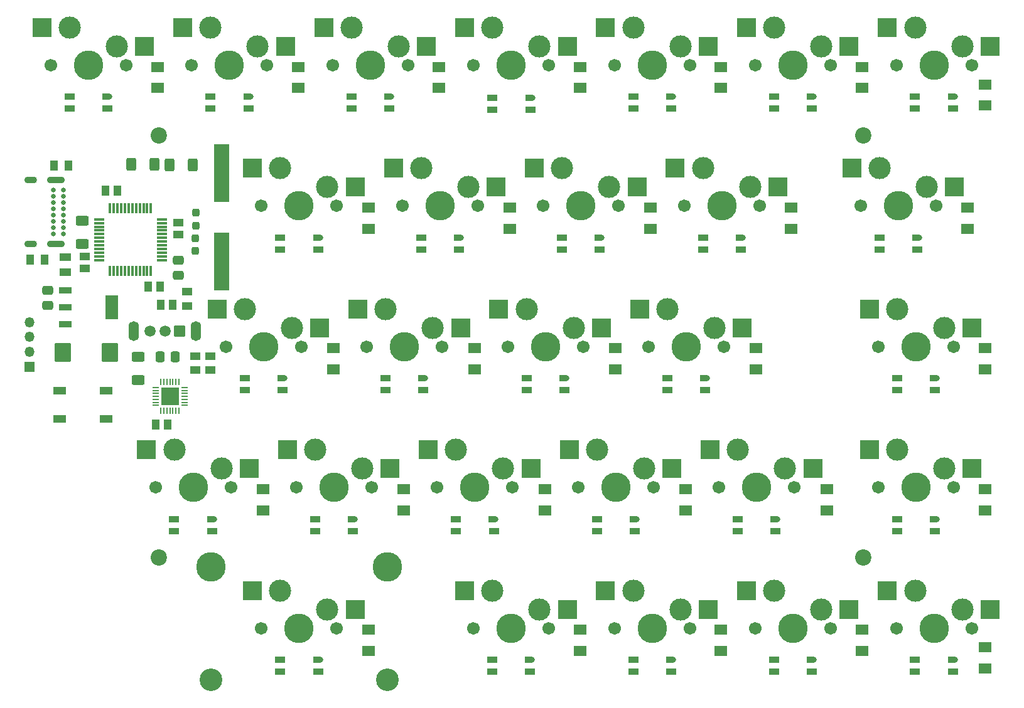
<source format=gbr>
%TF.GenerationSoftware,KiCad,Pcbnew,7.0.7*%
%TF.CreationDate,2024-01-07T23:51:42+01:00*%
%TF.ProjectId,kingslayer-28,6b696e67-736c-4617-9965-722d32382e6b,rev?*%
%TF.SameCoordinates,Original*%
%TF.FileFunction,Soldermask,Top*%
%TF.FilePolarity,Negative*%
%FSLAX46Y46*%
G04 Gerber Fmt 4.6, Leading zero omitted, Abs format (unit mm)*
G04 Created by KiCad (PCBNEW 7.0.7) date 2024-01-07 23:51:42*
%MOMM*%
%LPD*%
G01*
G04 APERTURE LIST*
G04 Aperture macros list*
%AMRoundRect*
0 Rectangle with rounded corners*
0 $1 Rounding radius*
0 $2 $3 $4 $5 $6 $7 $8 $9 X,Y pos of 4 corners*
0 Add a 4 corners polygon primitive as box body*
4,1,4,$2,$3,$4,$5,$6,$7,$8,$9,$2,$3,0*
0 Add four circle primitives for the rounded corners*
1,1,$1+$1,$2,$3*
1,1,$1+$1,$4,$5*
1,1,$1+$1,$6,$7*
1,1,$1+$1,$8,$9*
0 Add four rect primitives between the rounded corners*
20,1,$1+$1,$2,$3,$4,$5,0*
20,1,$1+$1,$4,$5,$6,$7,0*
20,1,$1+$1,$6,$7,$8,$9,0*
20,1,$1+$1,$8,$9,$2,$3,0*%
%AMOutline4P*
0 Free polygon, 4 corners , with rotation*
0 The origin of the aperture is its center*
0 number of corners: always 4*
0 $1 to $8 corner X, Y*
0 $9 Rotation angle, in degrees counterclockwise*
0 create outline with 4 corners*
4,1,4,$1,$2,$3,$4,$5,$6,$7,$8,$1,$2,$9*%
%AMFreePoly0*
4,1,14,0.123607,0.380423,0.235114,0.323607,0.323607,0.235114,0.380423,0.123607,0.400000,0.000000,0.380423,-0.123607,0.323607,-0.235114,0.235114,-0.323607,0.123607,-0.380423,0.000000,-0.400000,-0.900000,-0.400000,-0.900000,0.400000,0.000000,0.400000,0.123607,0.380423,0.123607,0.380423,$1*%
G04 Aperture macros list end*
%ADD10R,1.800000X1.340000*%
%ADD11RoundRect,0.250000X-0.337500X-0.475000X0.337500X-0.475000X0.337500X0.475000X-0.337500X0.475000X0*%
%ADD12R,1.400000X1.000000*%
%ADD13R,0.200000X0.850000*%
%ADD14R,0.850000X0.200000*%
%ADD15R,2.400000X2.400000*%
%ADD16Outline4P,-0.650000X-0.400000X0.650000X-0.400000X0.650000X0.400000X-0.650000X0.400000X0.000000*%
%ADD17FreePoly0,0.000000*%
%ADD18RoundRect,0.250000X-0.475000X0.337500X-0.475000X-0.337500X0.475000X-0.337500X0.475000X0.337500X0*%
%ADD19RoundRect,0.250000X0.400000X0.625000X-0.400000X0.625000X-0.400000X-0.625000X0.400000X-0.625000X0*%
%ADD20R,1.475000X0.300000*%
%ADD21R,0.300000X1.475000*%
%ADD22R,1.020000X1.470000*%
%ADD23RoundRect,0.250000X-0.625000X0.400000X-0.625000X-0.400000X0.625000X-0.400000X0.625000X0.400000X0*%
%ADD24R,1.470000X1.020000*%
%ADD25R,1.520000X1.000000*%
%ADD26RoundRect,0.237500X-0.237500X0.300000X-0.237500X-0.300000X0.237500X-0.300000X0.237500X0.300000X0*%
%ADD27R,1.000000X1.450000*%
%ADD28R,1.450000X1.000000*%
%ADD29RoundRect,0.250000X-0.400000X-0.625000X0.400000X-0.625000X0.400000X0.625000X-0.400000X0.625000X0*%
%ADD30RoundRect,0.250000X-0.875000X-1.025000X0.875000X-1.025000X0.875000X1.025000X-0.875000X1.025000X0*%
%ADD31R,2.000000X7.875000*%
%ADD32R,1.750000X0.950000*%
%ADD33R,1.750000X3.200000*%
%ADD34C,0.650000*%
%ADD35O,2.400000X0.900000*%
%ADD36O,1.700000X0.900000*%
%ADD37R,1.350000X1.350000*%
%ADD38O,1.350000X1.350000*%
%ADD39R,1.700000X1.000000*%
%ADD40RoundRect,0.237500X0.237500X-0.300000X0.237500X0.300000X-0.237500X0.300000X-0.237500X-0.300000X0*%
%ADD41RoundRect,0.102000X0.654000X0.654000X-0.654000X0.654000X-0.654000X-0.654000X0.654000X-0.654000X0*%
%ADD42C,1.512000*%
%ADD43O,1.434000X2.664000*%
%ADD44C,1.701800*%
%ADD45C,3.000000*%
%ADD46C,3.987800*%
%ADD47R,2.550000X2.500000*%
%ADD48C,2.200000*%
%ADD49C,3.048000*%
G04 APERTURE END LIST*
D10*
%TO.C,D14*%
X179077848Y-95885000D03*
X179077848Y-93025000D03*
%TD*%
%TO.C,D18*%
X131577848Y-114885000D03*
X131577848Y-112025000D03*
%TD*%
%TO.C,D15*%
X160077848Y-95885000D03*
X160077848Y-93025000D03*
%TD*%
D11*
%TO.C,C9*%
X98657500Y-94208600D03*
X100732500Y-94208600D03*
%TD*%
D10*
%TO.C,D9*%
X145827848Y-76885000D03*
X145827848Y-74025000D03*
%TD*%
D12*
%TO.C,R6*%
X105486200Y-95971400D03*
X105486200Y-94071400D03*
%TD*%
D13*
%TO.C,IC2*%
X101219000Y-97573000D03*
X100819000Y-97573000D03*
X100419000Y-97573000D03*
X100019000Y-97573000D03*
X99619000Y-97573000D03*
X99219000Y-97573000D03*
X98819000Y-97573000D03*
D14*
X98069000Y-98323000D03*
X98069000Y-98723000D03*
X98069000Y-99123000D03*
X98069000Y-99523000D03*
X98069000Y-99923000D03*
X98069000Y-100323000D03*
X98069000Y-100723000D03*
D13*
X98819000Y-101473000D03*
X99219000Y-101473000D03*
X99619000Y-101473000D03*
X100019000Y-101473000D03*
X100419000Y-101473000D03*
X100819000Y-101473000D03*
X101219000Y-101473000D03*
D14*
X101969000Y-100723000D03*
X101969000Y-100323000D03*
X101969000Y-99923000D03*
X101969000Y-99523000D03*
X101969000Y-99123000D03*
X101969000Y-98723000D03*
X101969000Y-98323000D03*
D15*
X100019000Y-99523000D03*
%TD*%
D16*
%TO.C,D48*%
X143502848Y-136675000D03*
X143502848Y-135075000D03*
X148602848Y-136675000D03*
D17*
X148852848Y-135075000D03*
%TD*%
D10*
%TO.C,D21*%
X188577848Y-114885000D03*
X188577848Y-112025000D03*
%TD*%
%TO.C,D12*%
X207577848Y-76885000D03*
X207577848Y-74025000D03*
%TD*%
D18*
%TO.C,C11*%
X83561648Y-85170100D03*
X83561648Y-87245100D03*
%TD*%
D10*
%TO.C,D28*%
X126827848Y-133885000D03*
X126827848Y-131025000D03*
%TD*%
D19*
%TO.C,R5*%
X103069448Y-68224400D03*
X99969448Y-68224400D03*
%TD*%
D16*
%TO.C,D55*%
X100602848Y-117675000D03*
X100602848Y-116075000D03*
X105702848Y-117675000D03*
D17*
X105952848Y-116075000D03*
%TD*%
D10*
%TO.C,D27*%
X155327848Y-133885000D03*
X155327848Y-131025000D03*
%TD*%
D16*
%TO.C,D51*%
X110102848Y-98675000D03*
X110102848Y-97075000D03*
X115202848Y-98675000D03*
D17*
X115452848Y-97075000D03*
%TD*%
D20*
%TO.C,IC1*%
X98950248Y-81109000D03*
X98950248Y-80609000D03*
X98950248Y-80109000D03*
X98950248Y-79609000D03*
X98950248Y-79109000D03*
X98950248Y-78609000D03*
X98950248Y-78109000D03*
X98950248Y-77609000D03*
X98950248Y-77109000D03*
X98950248Y-76609000D03*
X98950248Y-76109000D03*
X98950248Y-75609000D03*
D21*
X97462248Y-74121000D03*
X96962248Y-74121000D03*
X96462248Y-74121000D03*
X95962248Y-74121000D03*
X95462248Y-74121000D03*
X94962248Y-74121000D03*
X94462248Y-74121000D03*
X93962248Y-74121000D03*
X93462248Y-74121000D03*
X92962248Y-74121000D03*
X92462248Y-74121000D03*
X91962248Y-74121000D03*
D20*
X90474248Y-75609000D03*
X90474248Y-76109000D03*
X90474248Y-76609000D03*
X90474248Y-77109000D03*
X90474248Y-77609000D03*
X90474248Y-78109000D03*
X90474248Y-78609000D03*
X90474248Y-79109000D03*
X90474248Y-79609000D03*
X90474248Y-80109000D03*
X90474248Y-80609000D03*
X90474248Y-81109000D03*
D21*
X91962248Y-82597000D03*
X92462248Y-82597000D03*
X92962248Y-82597000D03*
X93462248Y-82597000D03*
X93962248Y-82597000D03*
X94462248Y-82597000D03*
X94962248Y-82597000D03*
X95462248Y-82597000D03*
X95962248Y-82597000D03*
X96462248Y-82597000D03*
X96962248Y-82597000D03*
X97462248Y-82597000D03*
%TD*%
D22*
%TO.C,C6*%
X91352248Y-71721000D03*
X92972248Y-71721000D03*
%TD*%
D10*
%TO.C,D10*%
X164827848Y-76885000D03*
X164827848Y-74025000D03*
%TD*%
%TO.C,D5*%
X136327848Y-57885000D03*
X136327848Y-55025000D03*
%TD*%
D23*
%TO.C,R9*%
X88209848Y-75819000D03*
X88209848Y-78919000D03*
%TD*%
D24*
%TO.C,C5*%
X88540048Y-82217000D03*
X88540048Y-80597000D03*
%TD*%
D22*
%TO.C,C4*%
X98722648Y-84709000D03*
X97102648Y-84709000D03*
%TD*%
D25*
%TO.C,F1*%
X85873048Y-80752600D03*
X85873048Y-82772600D03*
%TD*%
D26*
%TO.C,C2*%
X103500648Y-74727900D03*
X103500648Y-76452900D03*
%TD*%
D24*
%TO.C,C3*%
X101113048Y-76050400D03*
X101113048Y-77670400D03*
%TD*%
D27*
%TO.C,R7*%
X86299848Y-68326000D03*
X84399848Y-68326000D03*
%TD*%
D16*
%TO.C,D49*%
X124502848Y-60675000D03*
X124502848Y-59075000D03*
X129602848Y-60675000D03*
D17*
X129852848Y-59075000D03*
%TD*%
D10*
%TO.C,D1*%
X209952848Y-60260000D03*
X209952848Y-57400000D03*
%TD*%
D16*
%TO.C,D44*%
X143521848Y-60794800D03*
X143521848Y-59194800D03*
X148621848Y-60794800D03*
D17*
X148871848Y-59194800D03*
%TD*%
D16*
%TO.C,D37*%
X176602848Y-117675000D03*
X176602848Y-116075000D03*
X181702848Y-117675000D03*
D17*
X181952848Y-116075000D03*
%TD*%
D28*
%TO.C,R2*%
X103428800Y-95971400D03*
X103428800Y-94071400D03*
%TD*%
D16*
%TO.C,D36*%
X167102848Y-98675000D03*
X167102848Y-97075000D03*
X172202848Y-98675000D03*
D17*
X172452848Y-97075000D03*
%TD*%
D29*
%TO.C,R4*%
X94838648Y-68173600D03*
X97938648Y-68173600D03*
%TD*%
D10*
%TO.C,D26*%
X174327848Y-133885000D03*
X174327848Y-131025000D03*
%TD*%
%TO.C,D2*%
X193327848Y-57885000D03*
X193327848Y-55025000D03*
%TD*%
D16*
%TO.C,D46*%
X129102848Y-98675000D03*
X129102848Y-97075000D03*
X134202848Y-98675000D03*
D17*
X134452848Y-97075000D03*
%TD*%
D16*
%TO.C,D50*%
X114902848Y-79675000D03*
X114902848Y-78075000D03*
X120002848Y-79675000D03*
D17*
X120252848Y-78075000D03*
%TD*%
D16*
%TO.C,D54*%
X105502848Y-60675000D03*
X105502848Y-59075000D03*
X110602848Y-60675000D03*
D17*
X110852848Y-59075000D03*
%TD*%
D30*
%TO.C,C12*%
X85543248Y-93573600D03*
X91943248Y-93573600D03*
%TD*%
D22*
%TO.C,C10*%
X100424448Y-87172800D03*
X98804448Y-87172800D03*
%TD*%
D16*
%TO.C,D45*%
X133902848Y-79675000D03*
X133902848Y-78075000D03*
X139002848Y-79675000D03*
D17*
X139252848Y-78075000D03*
%TD*%
D16*
%TO.C,D38*%
X181502848Y-136675000D03*
X181502848Y-135075000D03*
X186602848Y-136675000D03*
D17*
X186852848Y-135075000D03*
%TD*%
D31*
%TO.C,X1*%
X107031248Y-81273900D03*
X107031248Y-69398900D03*
%TD*%
D10*
%TO.C,D4*%
X155327848Y-57885000D03*
X155327848Y-55025000D03*
%TD*%
D16*
%TO.C,D29*%
X200502848Y-60675000D03*
X200502848Y-59075000D03*
X205602848Y-60675000D03*
D17*
X205852848Y-59075000D03*
%TD*%
D16*
%TO.C,D53*%
X114902848Y-136675000D03*
X114902848Y-135075000D03*
X120002848Y-136675000D03*
D17*
X120252848Y-135075000D03*
%TD*%
D32*
%TO.C,IC3*%
X85898048Y-85203000D03*
X85898048Y-87503000D03*
X85898048Y-89803000D03*
D33*
X92198048Y-87503000D03*
%TD*%
D10*
%TO.C,D19*%
X150577848Y-114885000D03*
X150577848Y-112025000D03*
%TD*%
D23*
%TO.C,R3*%
X95707200Y-94182600D03*
X95707200Y-97282600D03*
%TD*%
D16*
%TO.C,D34*%
X181502848Y-60675000D03*
X181502848Y-59075000D03*
X186602848Y-60675000D03*
D17*
X186852848Y-59075000D03*
%TD*%
D16*
%TO.C,D40*%
X152902848Y-79675000D03*
X152902848Y-78075000D03*
X158002848Y-79675000D03*
D17*
X158252848Y-78075000D03*
%TD*%
D27*
%TO.C,R8*%
X81214648Y-81051400D03*
X83114648Y-81051400D03*
%TD*%
D16*
%TO.C,D41*%
X148102848Y-98675000D03*
X148102848Y-97075000D03*
X153202848Y-98675000D03*
D17*
X153452848Y-97075000D03*
%TD*%
D16*
%TO.C,D32*%
X198102848Y-117675000D03*
X198102848Y-116075000D03*
X203202848Y-117675000D03*
D17*
X203452848Y-116075000D03*
%TD*%
D10*
%TO.C,D25*%
X193327848Y-133885000D03*
X193327848Y-131025000D03*
%TD*%
%TO.C,D17*%
X122077848Y-95885000D03*
X122077848Y-93025000D03*
%TD*%
D16*
%TO.C,D30*%
X195702848Y-79675000D03*
X195702848Y-78075000D03*
X200802848Y-79675000D03*
D17*
X201052848Y-78075000D03*
%TD*%
D10*
%TO.C,D11*%
X183827848Y-76885000D03*
X183827848Y-74025000D03*
%TD*%
%TO.C,D20*%
X169577848Y-114885000D03*
X169577848Y-112025000D03*
%TD*%
%TO.C,D8*%
X126827848Y-76885000D03*
X126827848Y-74025000D03*
%TD*%
D12*
%TO.C,R1*%
X102357648Y-87274400D03*
X102357648Y-85374400D03*
%TD*%
D18*
%TO.C,C7*%
X101163848Y-81131500D03*
X101163848Y-83206500D03*
%TD*%
D16*
%TO.C,D43*%
X162502848Y-136675000D03*
X162502848Y-135075000D03*
X167602848Y-136675000D03*
D17*
X167852848Y-135075000D03*
%TD*%
D10*
%TO.C,D23*%
X112577848Y-114885000D03*
X112577848Y-112025000D03*
%TD*%
%TO.C,D3*%
X174327848Y-57885000D03*
X174327848Y-55025000D03*
%TD*%
%TO.C,D6*%
X117327848Y-57885000D03*
X117327848Y-55025000D03*
%TD*%
D34*
%TO.C,USB1*%
X85652848Y-71624800D03*
X85652848Y-72474800D03*
X85652848Y-73324800D03*
X85652848Y-74174800D03*
X85652848Y-75024800D03*
X85652848Y-75874800D03*
X85652848Y-76724800D03*
X85652848Y-77574800D03*
X84327848Y-77579800D03*
X84327848Y-76729800D03*
X84327848Y-75879800D03*
X84327848Y-75029800D03*
X84327848Y-74179800D03*
X84327848Y-73329800D03*
X84327848Y-72479800D03*
X84327848Y-71624800D03*
D35*
X84672848Y-70274800D03*
D36*
X81292848Y-70274800D03*
D35*
X84672848Y-78924800D03*
D36*
X81292848Y-78924800D03*
%TD*%
D16*
%TO.C,D47*%
X138602848Y-117675000D03*
X138602848Y-116075000D03*
X143702848Y-117675000D03*
D17*
X143952848Y-116075000D03*
%TD*%
D22*
%TO.C,C8*%
X98072200Y-103327200D03*
X99692200Y-103327200D03*
%TD*%
D37*
%TO.C,J1*%
X81072448Y-95504000D03*
D38*
X81072448Y-93504000D03*
X81072448Y-91504000D03*
X81072448Y-89504000D03*
%TD*%
D16*
%TO.C,D52*%
X119602848Y-117675000D03*
X119602848Y-116075000D03*
X124702848Y-117675000D03*
D17*
X124952848Y-116075000D03*
%TD*%
D16*
%TO.C,D33*%
X200502848Y-136675000D03*
X200502848Y-135075000D03*
X205602848Y-136675000D03*
D17*
X205852848Y-135075000D03*
%TD*%
D10*
%TO.C,D16*%
X141077848Y-95885000D03*
X141077848Y-93025000D03*
%TD*%
%TO.C,D13*%
X209952848Y-95885000D03*
X209952848Y-93025000D03*
%TD*%
D39*
%TO.C,S1*%
X85128048Y-102560200D03*
X91428048Y-102560200D03*
X85128048Y-98760200D03*
X91428048Y-98760200D03*
%TD*%
D10*
%TO.C,D24*%
X209952848Y-136260000D03*
X209952848Y-133400000D03*
%TD*%
D16*
%TO.C,D56*%
X86502848Y-60675000D03*
X86502848Y-59075000D03*
X91602848Y-60675000D03*
D17*
X91852848Y-59075000D03*
%TD*%
D10*
%TO.C,D7*%
X98327848Y-57885000D03*
X98327848Y-55025000D03*
%TD*%
D16*
%TO.C,D35*%
X171902848Y-79675000D03*
X171902848Y-78075000D03*
X177002848Y-79675000D03*
D17*
X177252848Y-78075000D03*
%TD*%
D16*
%TO.C,D31*%
X198102848Y-98675000D03*
X198102848Y-97075000D03*
X203202848Y-98675000D03*
D17*
X203452848Y-97075000D03*
%TD*%
D40*
%TO.C,C1*%
X103475248Y-79857600D03*
X103475248Y-78132600D03*
%TD*%
D41*
%TO.C,SW1*%
X101344048Y-90678000D03*
D42*
X99344048Y-90678000D03*
X97344048Y-90678000D03*
D43*
X103544048Y-90678000D03*
X95144048Y-90678000D03*
%TD*%
D16*
%TO.C,D39*%
X162502848Y-60675000D03*
X162502848Y-59075000D03*
X167602848Y-60675000D03*
D17*
X167852848Y-59075000D03*
%TD*%
D16*
%TO.C,D42*%
X157602848Y-117675000D03*
X157602848Y-116075000D03*
X162702848Y-117675000D03*
D17*
X162952848Y-116075000D03*
%TD*%
D10*
%TO.C,D22*%
X209952848Y-114885000D03*
X209952848Y-112025000D03*
%TD*%
D44*
%TO.C,K9*%
X179532848Y-73800000D03*
D45*
X178262848Y-71260000D03*
D46*
X174452848Y-73800000D03*
D45*
X171912848Y-68720000D03*
D44*
X169372848Y-73800000D03*
D47*
X168162848Y-68720000D03*
X182012848Y-71260000D03*
%TD*%
D44*
%TO.C,K13*%
X205732848Y-92800000D03*
D45*
X204462848Y-90260000D03*
D46*
X200652848Y-92800000D03*
D45*
X198112848Y-87720000D03*
D44*
X195572848Y-92800000D03*
D47*
X194362848Y-87720000D03*
X208212848Y-90260000D03*
%TD*%
D44*
%TO.C,K28*%
X122532848Y-130800000D03*
D45*
X121262848Y-128260000D03*
D46*
X117452848Y-130800000D03*
D45*
X114912848Y-125720000D03*
D44*
X112372848Y-130800000D03*
D47*
X111162848Y-125720000D03*
X125012848Y-128260000D03*
%TD*%
D44*
%TO.C,K8*%
X203332848Y-73800000D03*
D45*
X202062848Y-71260000D03*
D46*
X198252848Y-73800000D03*
D45*
X195712848Y-68720000D03*
D44*
X193172848Y-73800000D03*
D47*
X191962848Y-68720000D03*
X205812848Y-71260000D03*
%TD*%
D44*
%TO.C,K17*%
X117732848Y-92800000D03*
D45*
X116462848Y-90260000D03*
D46*
X112652848Y-92800000D03*
D45*
X110112848Y-87720000D03*
D44*
X107572848Y-92800000D03*
D47*
X106362848Y-87720000D03*
X120212848Y-90260000D03*
%TD*%
D48*
%TO.C,H3*%
X98552848Y-64300000D03*
%TD*%
D44*
%TO.C,K2*%
X189132848Y-54800000D03*
D45*
X187862848Y-52260000D03*
D46*
X184052848Y-54800000D03*
D45*
X181512848Y-49720000D03*
D44*
X178972848Y-54800000D03*
D47*
X177762848Y-49720000D03*
X191612848Y-52260000D03*
%TD*%
D44*
%TO.C,K4*%
X151132848Y-54800000D03*
D45*
X149862848Y-52260000D03*
D46*
X146052848Y-54800000D03*
D45*
X143512848Y-49720000D03*
D44*
X140972848Y-54800000D03*
D47*
X139762848Y-49720000D03*
X153612848Y-52260000D03*
%TD*%
D44*
%TO.C,K3*%
X170132848Y-54800000D03*
D45*
X168862848Y-52260000D03*
D46*
X165052848Y-54800000D03*
D45*
X162512848Y-49720000D03*
D44*
X159972848Y-54800000D03*
D47*
X158762848Y-49720000D03*
X172612848Y-52260000D03*
%TD*%
D44*
%TO.C,K1*%
X208132848Y-54800000D03*
D45*
X206862848Y-52260000D03*
D46*
X203052848Y-54800000D03*
D45*
X200512848Y-49720000D03*
D44*
X197972848Y-54800000D03*
D47*
X196762848Y-49720000D03*
X210612848Y-52260000D03*
%TD*%
D44*
%TO.C,K24*%
X208132848Y-130800000D03*
D45*
X206862848Y-128260000D03*
D46*
X203052848Y-130800000D03*
D45*
X200512848Y-125720000D03*
D44*
X197972848Y-130800000D03*
D47*
X196762848Y-125720000D03*
X210612848Y-128260000D03*
%TD*%
D44*
%TO.C,K5*%
X132132848Y-54800000D03*
D45*
X130862848Y-52260000D03*
D46*
X127052848Y-54800000D03*
D45*
X124512848Y-49720000D03*
D44*
X121972848Y-54800000D03*
D47*
X120762848Y-49720000D03*
X134612848Y-52260000D03*
%TD*%
D44*
%TO.C,K12*%
X122532848Y-73800000D03*
D45*
X121262848Y-71260000D03*
D46*
X117452848Y-73800000D03*
D45*
X114912848Y-68720000D03*
D44*
X112372848Y-73800000D03*
D47*
X111162848Y-68720000D03*
X125012848Y-71260000D03*
%TD*%
D44*
%TO.C,K14*%
X174732848Y-92800000D03*
D45*
X173462848Y-90260000D03*
D46*
X169652848Y-92800000D03*
D45*
X167112848Y-87720000D03*
D44*
X164572848Y-92800000D03*
D47*
X163362848Y-87720000D03*
X177212848Y-90260000D03*
%TD*%
D44*
%TO.C,K21*%
X146232848Y-111800000D03*
D45*
X144962848Y-109260000D03*
D46*
X141152848Y-111800000D03*
D45*
X138612848Y-106720000D03*
D44*
X136072848Y-111800000D03*
D47*
X134862848Y-106720000D03*
X148712848Y-109260000D03*
%TD*%
D48*
%TO.C,H4*%
X193552848Y-121300000D03*
%TD*%
D44*
%TO.C,K10*%
X160532848Y-73800000D03*
D45*
X159262848Y-71260000D03*
D46*
X155452848Y-73800000D03*
D45*
X152912848Y-68720000D03*
D44*
X150372848Y-73800000D03*
D47*
X149162848Y-68720000D03*
X163012848Y-71260000D03*
%TD*%
D44*
%TO.C,K18*%
X205732848Y-111800000D03*
D45*
X204462848Y-109260000D03*
D46*
X200652848Y-111800000D03*
D45*
X198112848Y-106720000D03*
D44*
X195572848Y-111800000D03*
D47*
X194362848Y-106720000D03*
X208212848Y-109260000D03*
%TD*%
D44*
%TO.C,K26*%
X170132848Y-130800000D03*
D45*
X168862848Y-128260000D03*
D46*
X165052848Y-130800000D03*
D45*
X162512848Y-125720000D03*
D44*
X159972848Y-130800000D03*
D47*
X158762848Y-125720000D03*
X172612848Y-128260000D03*
%TD*%
D44*
%TO.C,K15*%
X155732848Y-92800000D03*
D45*
X154462848Y-90260000D03*
D46*
X150652848Y-92800000D03*
D45*
X148112848Y-87720000D03*
D44*
X145572848Y-92800000D03*
D47*
X144362848Y-87720000D03*
X158212848Y-90260000D03*
%TD*%
D44*
%TO.C,K20*%
X165232848Y-111800000D03*
D45*
X163962848Y-109260000D03*
D46*
X160152848Y-111800000D03*
D45*
X157612848Y-106720000D03*
D44*
X155072848Y-111800000D03*
D47*
X153862848Y-106720000D03*
X167712848Y-109260000D03*
%TD*%
D44*
%TO.C,K19*%
X184232848Y-111800000D03*
D45*
X182962848Y-109260000D03*
D46*
X179152848Y-111800000D03*
D45*
X176612848Y-106720000D03*
D44*
X174072848Y-111800000D03*
D47*
X172862848Y-106720000D03*
X186712848Y-109260000D03*
%TD*%
D44*
%TO.C,K7*%
X94132848Y-54800000D03*
D45*
X92862848Y-52260000D03*
D46*
X89052848Y-54800000D03*
D45*
X86512848Y-49720000D03*
D44*
X83972848Y-54800000D03*
D47*
X82762848Y-49720000D03*
X96612848Y-52260000D03*
%TD*%
D48*
%TO.C,H5*%
X98552848Y-121300000D03*
%TD*%
%TO.C,H2*%
X193552848Y-64300000D03*
%TD*%
D46*
%TO.C,H1*%
X105552848Y-122545000D03*
D49*
X105552848Y-137785000D03*
D46*
X129352848Y-122545000D03*
D49*
X129352848Y-137785000D03*
%TD*%
D44*
%TO.C,K16*%
X136732848Y-92800000D03*
D45*
X135462848Y-90260000D03*
D46*
X131652848Y-92800000D03*
D45*
X129112848Y-87720000D03*
D44*
X126572848Y-92800000D03*
D47*
X125362848Y-87720000D03*
X139212848Y-90260000D03*
%TD*%
D44*
%TO.C,K23*%
X108232848Y-111800000D03*
D45*
X106962848Y-109260000D03*
D46*
X103152848Y-111800000D03*
D45*
X100612848Y-106720000D03*
D44*
X98072848Y-111800000D03*
D47*
X96862848Y-106720000D03*
X110712848Y-109260000D03*
%TD*%
D44*
%TO.C,K6*%
X113132848Y-54800000D03*
D45*
X111862848Y-52260000D03*
D46*
X108052848Y-54800000D03*
D45*
X105512848Y-49720000D03*
D44*
X102972848Y-54800000D03*
D47*
X101762848Y-49720000D03*
X115612848Y-52260000D03*
%TD*%
D44*
%TO.C,K27*%
X151132848Y-130800000D03*
D45*
X149862848Y-128260000D03*
D46*
X146052848Y-130800000D03*
D45*
X143512848Y-125720000D03*
D44*
X140972848Y-130800000D03*
D47*
X139762848Y-125720000D03*
X153612848Y-128260000D03*
%TD*%
D44*
%TO.C,K11*%
X141532848Y-73800000D03*
D45*
X140262848Y-71260000D03*
D46*
X136452848Y-73800000D03*
D45*
X133912848Y-68720000D03*
D44*
X131372848Y-73800000D03*
D47*
X130162848Y-68720000D03*
X144012848Y-71260000D03*
%TD*%
D44*
%TO.C,K25*%
X189132848Y-130800000D03*
D45*
X187862848Y-128260000D03*
D46*
X184052848Y-130800000D03*
D45*
X181512848Y-125720000D03*
D44*
X178972848Y-130800000D03*
D47*
X177762848Y-125720000D03*
X191612848Y-128260000D03*
%TD*%
D44*
%TO.C,K22*%
X127232848Y-111800000D03*
D45*
X125962848Y-109260000D03*
D46*
X122152848Y-111800000D03*
D45*
X119612848Y-106720000D03*
D44*
X117072848Y-111800000D03*
D47*
X115862848Y-106720000D03*
X129712848Y-109260000D03*
%TD*%
M02*

</source>
